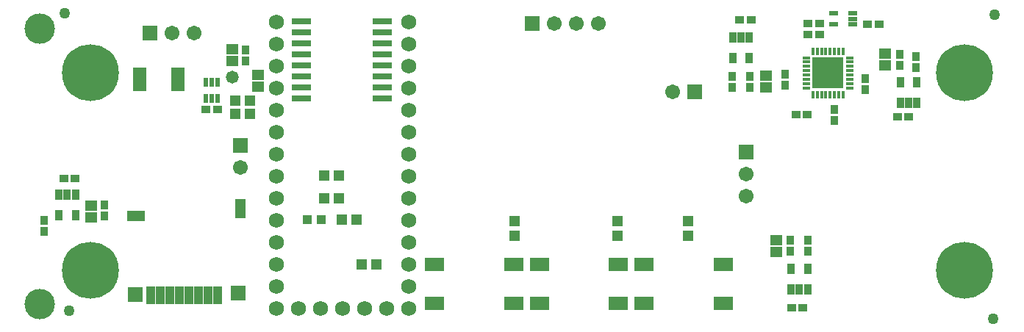
<source format=gts>
G04*
G04 #@! TF.GenerationSoftware,Altium Limited,Altium Designer,21.9.2 (33)*
G04*
G04 Layer_Color=8388736*
%FSLAX25Y25*%
%MOIN*%
G70*
G04*
G04 #@! TF.SameCoordinates,D22C8EEC-9F66-4CA6-A23B-34AD4F9630FA*
G04*
G04*
G04 #@! TF.FilePolarity,Negative*
G04*
G01*
G75*
%ADD33R,0.03556X0.04343*%
%ADD34R,0.05800X0.04800*%
%ADD35R,0.04343X0.03556*%
%ADD36R,0.03359X0.05131*%
%ADD37R,0.08595X0.02887*%
%ADD38R,0.02178X0.04343*%
%ADD39R,0.06312X0.10642*%
%ADD40R,0.05131X0.04737*%
%ADD41R,0.14186X0.14186*%
%ADD42O,0.03556X0.01587*%
%ADD43O,0.01587X0.03556*%
%ADD44R,0.04343X0.02375*%
%ADD45R,0.03950X0.03950*%
%ADD46C,0.05000*%
%ADD47R,0.09068X0.06312*%
%ADD48R,0.04737X0.05131*%
%ADD49R,0.03950X0.08280*%
%ADD50R,0.08083X0.04737*%
%ADD51R,0.04737X0.08674*%
%ADD52R,0.06706X0.06706*%
%ADD53C,0.13800*%
%ADD54C,0.06800*%
%ADD55C,0.25800*%
%ADD56C,0.06706*%
%ADD57R,0.06706X0.06706*%
%ADD58C,0.05800*%
D33*
X2000Y-86941D02*
D03*
Y-92059D02*
D03*
X29500Y-85059D02*
D03*
Y-79941D02*
D03*
X374500Y-22441D02*
D03*
Y-27559D02*
D03*
X390000Y-16559D02*
D03*
Y-11441D02*
D03*
X397500Y-17559D02*
D03*
Y-12441D02*
D03*
X340500Y-101075D02*
D03*
Y-95957D02*
D03*
X348500Y-101075D02*
D03*
Y-95957D02*
D03*
X322000Y-21441D02*
D03*
Y-26559D02*
D03*
X314000Y-21441D02*
D03*
Y-26559D02*
D03*
X338000Y-20441D02*
D03*
Y-25559D02*
D03*
X360500Y-41559D02*
D03*
Y-36441D02*
D03*
X93500Y-9441D02*
D03*
Y-14559D02*
D03*
D34*
X23500Y-85650D02*
D03*
Y-80350D02*
D03*
X334000Y-101166D02*
D03*
Y-95866D02*
D03*
X383500Y-16650D02*
D03*
Y-11350D02*
D03*
X329500Y-21350D02*
D03*
Y-26650D02*
D03*
X87500Y-9350D02*
D03*
Y-14650D02*
D03*
X99000Y-20850D02*
D03*
Y-26150D02*
D03*
D35*
X16059Y-68000D02*
D03*
X10941D02*
D03*
X317441Y4000D02*
D03*
X322559D02*
D03*
X80559Y-36500D02*
D03*
X75441D02*
D03*
X353559Y-2500D02*
D03*
X348441D02*
D03*
X388941Y-40000D02*
D03*
X394059D02*
D03*
X340941Y-126500D02*
D03*
X346059D02*
D03*
X348059Y-39000D02*
D03*
X342941D02*
D03*
X353559Y2500D02*
D03*
X348441D02*
D03*
X375441Y2000D02*
D03*
X380559D02*
D03*
D36*
X16240Y-75276D02*
D03*
X12500D02*
D03*
X8760D02*
D03*
Y-84724D02*
D03*
X16240D02*
D03*
X390260Y-33724D02*
D03*
X394000D02*
D03*
X397740D02*
D03*
Y-24276D02*
D03*
X390260D02*
D03*
X340760Y-118240D02*
D03*
X344500D02*
D03*
X348240D02*
D03*
Y-108791D02*
D03*
X340760D02*
D03*
X321740Y-3776D02*
D03*
X318000D02*
D03*
X314260D02*
D03*
Y-13224D02*
D03*
X321740D02*
D03*
D37*
X118610Y3500D02*
D03*
Y-1500D02*
D03*
Y-6500D02*
D03*
Y-11500D02*
D03*
Y-16500D02*
D03*
Y-21500D02*
D03*
Y-26500D02*
D03*
Y-31500D02*
D03*
X155500Y3500D02*
D03*
Y-1500D02*
D03*
Y-6500D02*
D03*
Y-11500D02*
D03*
Y-16500D02*
D03*
Y-21500D02*
D03*
Y-26500D02*
D03*
Y-31500D02*
D03*
D38*
X75441Y-31740D02*
D03*
X78000D02*
D03*
X80559D02*
D03*
Y-24260D02*
D03*
X78000D02*
D03*
X75441D02*
D03*
D39*
X45339Y-23000D02*
D03*
X62661D02*
D03*
D40*
X129154Y-66500D02*
D03*
X135846D02*
D03*
X129154Y-77000D02*
D03*
X135846D02*
D03*
X146153Y-107000D02*
D03*
X152847D02*
D03*
X95346Y-32500D02*
D03*
X88653D02*
D03*
X88653Y-38500D02*
D03*
X95346D02*
D03*
X143846Y-86500D02*
D03*
X137153D02*
D03*
D41*
X357500Y-20000D02*
D03*
D42*
X347657Y-13110D02*
D03*
Y-15079D02*
D03*
Y-17047D02*
D03*
Y-19016D02*
D03*
Y-20984D02*
D03*
Y-22953D02*
D03*
Y-24921D02*
D03*
Y-26890D02*
D03*
X367342D02*
D03*
Y-24921D02*
D03*
Y-22953D02*
D03*
Y-20984D02*
D03*
Y-19016D02*
D03*
Y-17047D02*
D03*
Y-15079D02*
D03*
Y-13110D02*
D03*
D43*
X350610Y-29842D02*
D03*
X352579D02*
D03*
X354547D02*
D03*
X356516D02*
D03*
X358484D02*
D03*
X360453D02*
D03*
X362421D02*
D03*
X364390D02*
D03*
Y-10158D02*
D03*
X362421D02*
D03*
X360453D02*
D03*
X358484D02*
D03*
X356516D02*
D03*
X354547D02*
D03*
X352579D02*
D03*
X350610D02*
D03*
D44*
X368831Y1941D02*
D03*
Y4500D02*
D03*
Y7059D02*
D03*
X360169D02*
D03*
Y1941D02*
D03*
D45*
X121252Y-86500D02*
D03*
X127748D02*
D03*
D46*
X13500Y-128000D02*
D03*
X11500Y7000D02*
D03*
X432500Y-131500D02*
D03*
X433000Y6500D02*
D03*
D47*
X262500Y-124500D02*
D03*
Y-106783D02*
D03*
X226673Y-124500D02*
D03*
Y-106783D02*
D03*
X215000Y-124500D02*
D03*
Y-106783D02*
D03*
X179173Y-124500D02*
D03*
Y-106783D02*
D03*
X310000Y-124500D02*
D03*
Y-106783D02*
D03*
X274173Y-124500D02*
D03*
Y-106783D02*
D03*
D48*
X262000Y-93846D02*
D03*
Y-87154D02*
D03*
X215500Y-93846D02*
D03*
Y-87154D02*
D03*
X294000Y-93846D02*
D03*
Y-87154D02*
D03*
D49*
X50488Y-121051D02*
D03*
X54819D02*
D03*
X59150D02*
D03*
X63480D02*
D03*
X67811D02*
D03*
X72142D02*
D03*
X76472D02*
D03*
X80803D02*
D03*
D50*
X43791Y-84878D02*
D03*
D51*
X91000Y-81532D02*
D03*
D52*
X90000Y-120000D02*
D03*
X43500Y-120500D02*
D03*
X320500Y-56000D02*
D03*
X91000Y-53000D02*
D03*
D53*
X0Y0D02*
D03*
Y-125000D02*
D03*
D54*
X127500Y-127000D02*
D03*
X107500Y3000D02*
D03*
Y-7000D02*
D03*
Y-17000D02*
D03*
Y-27000D02*
D03*
Y-37000D02*
D03*
Y-47000D02*
D03*
Y-57000D02*
D03*
Y-67000D02*
D03*
Y-77000D02*
D03*
Y-87000D02*
D03*
Y-97000D02*
D03*
Y-107000D02*
D03*
Y-117000D02*
D03*
Y-127000D02*
D03*
X117500D02*
D03*
X137500D02*
D03*
X147500D02*
D03*
X157500D02*
D03*
X167500D02*
D03*
Y-117000D02*
D03*
Y-107000D02*
D03*
Y-97000D02*
D03*
Y-87000D02*
D03*
Y-77000D02*
D03*
Y-67000D02*
D03*
Y-57000D02*
D03*
Y-47000D02*
D03*
Y-37000D02*
D03*
Y-27000D02*
D03*
Y-17000D02*
D03*
Y-7000D02*
D03*
Y3000D02*
D03*
D55*
X23000Y-20000D02*
D03*
X419500D02*
D03*
Y-109500D02*
D03*
X23000D02*
D03*
D56*
X320500Y-66000D02*
D03*
Y-76000D02*
D03*
X91000Y-63000D02*
D03*
X60000Y-2000D02*
D03*
X70000D02*
D03*
X253500Y2500D02*
D03*
X243500D02*
D03*
X233500D02*
D03*
X287000Y-28500D02*
D03*
D57*
X50000Y-2000D02*
D03*
X223500Y2500D02*
D03*
X297000Y-28500D02*
D03*
D58*
X87500Y-22000D02*
D03*
M02*

</source>
